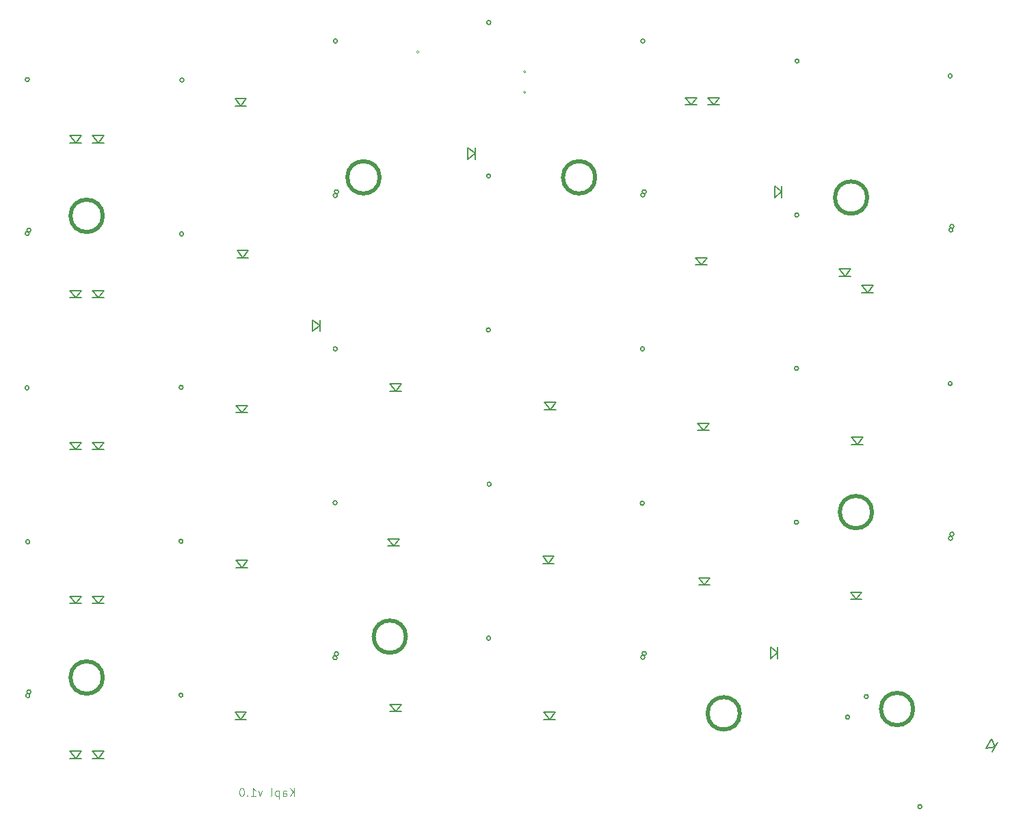
<source format=gbo>
G04 #@! TF.GenerationSoftware,KiCad,Pcbnew,(5.1.10)-1*
G04 #@! TF.CreationDate,2022-02-03T22:34:05+03:00*
G04 #@! TF.ProjectId,Kapl,4b61706c-2e6b-4696-9361-645f70636258,rev?*
G04 #@! TF.SameCoordinates,Original*
G04 #@! TF.FileFunction,Legend,Bot*
G04 #@! TF.FilePolarity,Positive*
%FSLAX46Y46*%
G04 Gerber Fmt 4.6, Leading zero omitted, Abs format (unit mm)*
G04 Created by KiCad (PCBNEW (5.1.10)-1) date 2022-02-03 22:34:05*
%MOMM*%
%LPD*%
G01*
G04 APERTURE LIST*
%ADD10C,0.125000*%
%ADD11C,0.150000*%
%ADD12C,0.500000*%
%ADD13C,0.120000*%
G04 APERTURE END LIST*
D10*
X110269349Y-132303780D02*
X110269349Y-131303780D01*
X109697921Y-132303780D02*
X110126492Y-131732352D01*
X109697921Y-131303780D02*
X110269349Y-131875209D01*
X108840778Y-132303780D02*
X108840778Y-131779971D01*
X108888397Y-131684733D01*
X108983635Y-131637114D01*
X109174111Y-131637114D01*
X109269349Y-131684733D01*
X108840778Y-132256161D02*
X108936016Y-132303780D01*
X109174111Y-132303780D01*
X109269349Y-132256161D01*
X109316968Y-132160923D01*
X109316968Y-132065685D01*
X109269349Y-131970447D01*
X109174111Y-131922828D01*
X108936016Y-131922828D01*
X108840778Y-131875209D01*
X108364587Y-131637114D02*
X108364587Y-132637114D01*
X108364587Y-131684733D02*
X108269349Y-131637114D01*
X108078873Y-131637114D01*
X107983635Y-131684733D01*
X107936016Y-131732352D01*
X107888397Y-131827590D01*
X107888397Y-132113304D01*
X107936016Y-132208542D01*
X107983635Y-132256161D01*
X108078873Y-132303780D01*
X108269349Y-132303780D01*
X108364587Y-132256161D01*
X107316968Y-132303780D02*
X107412206Y-132256161D01*
X107459825Y-132160923D01*
X107459825Y-131303780D01*
X106269349Y-131637114D02*
X106031254Y-132303780D01*
X105793159Y-131637114D01*
X104888397Y-132303780D02*
X105459825Y-132303780D01*
X105174111Y-132303780D02*
X105174111Y-131303780D01*
X105269349Y-131446638D01*
X105364587Y-131541876D01*
X105459825Y-131589495D01*
X104459825Y-132208542D02*
X104412206Y-132256161D01*
X104459825Y-132303780D01*
X104507445Y-132256161D01*
X104459825Y-132208542D01*
X104459825Y-132303780D01*
X103793159Y-131303780D02*
X103697921Y-131303780D01*
X103602683Y-131351400D01*
X103555064Y-131399019D01*
X103507445Y-131494257D01*
X103459825Y-131684733D01*
X103459825Y-131922828D01*
X103507445Y-132113304D01*
X103555064Y-132208542D01*
X103602683Y-132256161D01*
X103697921Y-132303780D01*
X103793159Y-132303780D01*
X103888397Y-132256161D01*
X103936016Y-132208542D01*
X103983635Y-132113304D01*
X104031254Y-131922828D01*
X104031254Y-131684733D01*
X103983635Y-131494257D01*
X103936016Y-131399019D01*
X103888397Y-131351400D01*
X103793159Y-131303780D01*
D11*
X132671200Y-53455800D02*
X132671200Y-52055800D01*
X132671200Y-52755800D02*
X131771200Y-53455800D01*
X131771200Y-52055800D02*
X132671200Y-52755800D01*
X131771200Y-53455800D02*
X131771200Y-52055800D01*
X196668404Y-126813518D02*
X197368404Y-125601082D01*
X197018404Y-126207300D02*
X195888981Y-126363518D01*
X196588981Y-125151082D02*
X197018404Y-126207300D01*
X195888981Y-126363518D02*
X196588981Y-125151082D01*
X170123000Y-115254000D02*
X170123000Y-113854000D01*
X170123000Y-114554000D02*
X169223000Y-115254000D01*
X169223000Y-113854000D02*
X170123000Y-114554000D01*
X169223000Y-115254000D02*
X169223000Y-113854000D01*
X141159000Y-122816000D02*
X142559000Y-122816000D01*
X141859000Y-122816000D02*
X141159000Y-121916000D01*
X142559000Y-121916000D02*
X141859000Y-122816000D01*
X141159000Y-121916000D02*
X142559000Y-121916000D01*
X122109000Y-121825400D02*
X123509000Y-121825400D01*
X122809000Y-121825400D02*
X122109000Y-120925400D01*
X123509000Y-120925400D02*
X122809000Y-121825400D01*
X122109000Y-120925400D02*
X123509000Y-120925400D01*
X102932000Y-122816000D02*
X104332000Y-122816000D01*
X103632000Y-122816000D02*
X102932000Y-121916000D01*
X104332000Y-121916000D02*
X103632000Y-122816000D01*
X102932000Y-121916000D02*
X104332000Y-121916000D01*
X85279000Y-127642000D02*
X86679000Y-127642000D01*
X85979000Y-127642000D02*
X85279000Y-126742000D01*
X86679000Y-126742000D02*
X85979000Y-127642000D01*
X85279000Y-126742000D02*
X86679000Y-126742000D01*
X82485000Y-127642000D02*
X83885000Y-127642000D01*
X83185000Y-127642000D02*
X82485000Y-126742000D01*
X83885000Y-126742000D02*
X83185000Y-127642000D01*
X82485000Y-126742000D02*
X83885000Y-126742000D01*
X179132000Y-107957000D02*
X180532000Y-107957000D01*
X179832000Y-107957000D02*
X179132000Y-107057000D01*
X180532000Y-107057000D02*
X179832000Y-107957000D01*
X179132000Y-107057000D02*
X180532000Y-107057000D01*
X160336000Y-106179000D02*
X161736000Y-106179000D01*
X161036000Y-106179000D02*
X160336000Y-105279000D01*
X161736000Y-105279000D02*
X161036000Y-106179000D01*
X160336000Y-105279000D02*
X161736000Y-105279000D01*
X141032000Y-103512000D02*
X142432000Y-103512000D01*
X141732000Y-103512000D02*
X141032000Y-102612000D01*
X142432000Y-102612000D02*
X141732000Y-103512000D01*
X141032000Y-102612000D02*
X142432000Y-102612000D01*
X121855000Y-101353000D02*
X123255000Y-101353000D01*
X122555000Y-101353000D02*
X121855000Y-100453000D01*
X123255000Y-100453000D02*
X122555000Y-101353000D01*
X121855000Y-100453000D02*
X123255000Y-100453000D01*
X103059000Y-104020000D02*
X104459000Y-104020000D01*
X103759000Y-104020000D02*
X103059000Y-103120000D01*
X104459000Y-103120000D02*
X103759000Y-104020000D01*
X103059000Y-103120000D02*
X104459000Y-103120000D01*
X85279000Y-108465000D02*
X86679000Y-108465000D01*
X85979000Y-108465000D02*
X85279000Y-107565000D01*
X86679000Y-107565000D02*
X85979000Y-108465000D01*
X85279000Y-107565000D02*
X86679000Y-107565000D01*
X82485000Y-108465000D02*
X83885000Y-108465000D01*
X83185000Y-108465000D02*
X82485000Y-107565000D01*
X83885000Y-107565000D02*
X83185000Y-108465000D01*
X82485000Y-107565000D02*
X83885000Y-107565000D01*
X179259000Y-88780000D02*
X180659000Y-88780000D01*
X179959000Y-88780000D02*
X179259000Y-87880000D01*
X180659000Y-87880000D02*
X179959000Y-88780000D01*
X179259000Y-87880000D02*
X180659000Y-87880000D01*
X160209000Y-87032300D02*
X161609000Y-87032300D01*
X160909000Y-87032300D02*
X160209000Y-86132300D01*
X161609000Y-86132300D02*
X160909000Y-87032300D01*
X160209000Y-86132300D02*
X161609000Y-86132300D01*
X141238000Y-84462000D02*
X142638000Y-84462000D01*
X141938000Y-84462000D02*
X141238000Y-83562000D01*
X142638000Y-83562000D02*
X141938000Y-84462000D01*
X141238000Y-83562000D02*
X142638000Y-83562000D01*
X122109000Y-82176000D02*
X123509000Y-82176000D01*
X122809000Y-82176000D02*
X122109000Y-81276000D01*
X123509000Y-81276000D02*
X122809000Y-82176000D01*
X122109000Y-81276000D02*
X123509000Y-81276000D01*
X103059000Y-84843000D02*
X104459000Y-84843000D01*
X103759000Y-84843000D02*
X103059000Y-83943000D01*
X104459000Y-83943000D02*
X103759000Y-84843000D01*
X103059000Y-83943000D02*
X104459000Y-83943000D01*
X85279000Y-89415000D02*
X86679000Y-89415000D01*
X85979000Y-89415000D02*
X85279000Y-88515000D01*
X86679000Y-88515000D02*
X85979000Y-89415000D01*
X85279000Y-88515000D02*
X86679000Y-88515000D01*
X82485000Y-89415000D02*
X83885000Y-89415000D01*
X83185000Y-89415000D02*
X82485000Y-88515000D01*
X83885000Y-88515000D02*
X83185000Y-89415000D01*
X82485000Y-88515000D02*
X83885000Y-88515000D01*
X180529000Y-69984000D02*
X181929000Y-69984000D01*
X181229000Y-69984000D02*
X180529000Y-69084000D01*
X181929000Y-69084000D02*
X181229000Y-69984000D01*
X180529000Y-69084000D02*
X181929000Y-69084000D01*
X177735000Y-67952000D02*
X179135000Y-67952000D01*
X178435000Y-67952000D02*
X177735000Y-67052000D01*
X179135000Y-67052000D02*
X178435000Y-67952000D01*
X177735000Y-67052000D02*
X179135000Y-67052000D01*
X159955000Y-66555000D02*
X161355000Y-66555000D01*
X160655000Y-66555000D02*
X159955000Y-65655000D01*
X161355000Y-65655000D02*
X160655000Y-66555000D01*
X159955000Y-65655000D02*
X161355000Y-65655000D01*
X113443400Y-74766400D02*
X113443400Y-73366400D01*
X113443400Y-74066400D02*
X112543400Y-74766400D01*
X112543400Y-73366400D02*
X113443400Y-74066400D01*
X112543400Y-74766400D02*
X112543400Y-73366400D01*
X103186000Y-65666000D02*
X104586000Y-65666000D01*
X103886000Y-65666000D02*
X103186000Y-64766000D01*
X104586000Y-64766000D02*
X103886000Y-65666000D01*
X103186000Y-64766000D02*
X104586000Y-64766000D01*
X85281540Y-70619000D02*
X86681540Y-70619000D01*
X85981540Y-70619000D02*
X85281540Y-69719000D01*
X86681540Y-69719000D02*
X85981540Y-70619000D01*
X85281540Y-69719000D02*
X86681540Y-69719000D01*
X82485000Y-70619000D02*
X83885000Y-70619000D01*
X83185000Y-70619000D02*
X82485000Y-69719000D01*
X83885000Y-69719000D02*
X83185000Y-70619000D01*
X82485000Y-69719000D02*
X83885000Y-69719000D01*
X170618800Y-58177660D02*
X170618800Y-56777660D01*
X170618800Y-57477660D02*
X169718800Y-58177660D01*
X169718800Y-56777660D02*
X170618800Y-57477660D01*
X169718800Y-58177660D02*
X169718800Y-56777660D01*
X161479000Y-46743000D02*
X162879000Y-46743000D01*
X162179000Y-46743000D02*
X161479000Y-45843000D01*
X162879000Y-45843000D02*
X162179000Y-46743000D01*
X161479000Y-45843000D02*
X162879000Y-45843000D01*
X158685000Y-46743000D02*
X160085000Y-46743000D01*
X159385000Y-46743000D02*
X158685000Y-45843000D01*
X160085000Y-45843000D02*
X159385000Y-46743000D01*
X158685000Y-45843000D02*
X160085000Y-45843000D01*
X102932000Y-46870000D02*
X104332000Y-46870000D01*
X103632000Y-46870000D02*
X102932000Y-45970000D01*
X104332000Y-45970000D02*
X103632000Y-46870000D01*
X102932000Y-45970000D02*
X104332000Y-45970000D01*
X85279000Y-51442000D02*
X86679000Y-51442000D01*
X85979000Y-51442000D02*
X85279000Y-50542000D01*
X86679000Y-50542000D02*
X85979000Y-51442000D01*
X85279000Y-50542000D02*
X86679000Y-50542000D01*
X82485000Y-51442000D02*
X83885000Y-51442000D01*
X83185000Y-51442000D02*
X82485000Y-50542000D01*
X83885000Y-50542000D02*
X83185000Y-51442000D01*
X82485000Y-50542000D02*
X83885000Y-50542000D01*
D12*
X186889870Y-121516693D02*
G75*
G03*
X186889870Y-121516693I-2000000J0D01*
G01*
X86548800Y-117616950D02*
G75*
G03*
X86548800Y-117616950I-2000000J0D01*
G01*
X181193531Y-58205103D02*
G75*
G03*
X181193531Y-58205103I-2000000J0D01*
G01*
X165429739Y-122049778D02*
G75*
G03*
X165429739Y-122049778I-2000000J0D01*
G01*
X147523875Y-55705150D02*
G75*
G03*
X147523875Y-55705150I-2000000J0D01*
G01*
X181798850Y-97138600D02*
G75*
G03*
X181798850Y-97138600I-2000000J0D01*
G01*
X120823525Y-55705150D02*
G75*
G03*
X120823525Y-55705150I-2000000J0D01*
G01*
X124082243Y-112556162D02*
G75*
G03*
X124082243Y-112556162I-2000000J0D01*
G01*
X86548800Y-60466950D02*
G75*
G03*
X86548800Y-60466950I-2000000J0D01*
G01*
D13*
X138930225Y-42621200D02*
G75*
G03*
X138930225Y-42621200I-152400J0D01*
G01*
X138930225Y-45161200D02*
G75*
G03*
X138930225Y-45161200I-152400J0D01*
G01*
X125722225Y-40182800D02*
G75*
G03*
X125722225Y-40182800I-152400J0D01*
G01*
D11*
X187965433Y-133598349D02*
G75*
G03*
X187965433Y-133598349I-250000J0D01*
G01*
X179009949Y-122514167D02*
G75*
G03*
X179009949Y-122514167I-250000J0D01*
G01*
X153656200Y-115094000D02*
G75*
G03*
X153656200Y-115094000I-250000J0D01*
G01*
X134572200Y-112743000D02*
G75*
G03*
X134572200Y-112743000I-250000J0D01*
G01*
X115556200Y-115159000D02*
G75*
G03*
X115556200Y-115159000I-250000J0D01*
G01*
X96472200Y-119793000D02*
G75*
G03*
X96472200Y-119793000I-250000J0D01*
G01*
X77515200Y-119855000D02*
G75*
G03*
X77515200Y-119855000I-250000J0D01*
G01*
X191756200Y-100365000D02*
G75*
G03*
X191756200Y-100365000I-250000J0D01*
G01*
X172672200Y-98395000D02*
G75*
G03*
X172672200Y-98395000I-250000J0D01*
G01*
X153588200Y-96044000D02*
G75*
G03*
X153588200Y-96044000I-250000J0D01*
G01*
X134631200Y-93693000D02*
G75*
G03*
X134631200Y-93693000I-250000J0D01*
G01*
X115556200Y-95985000D02*
G75*
G03*
X115556200Y-95985000I-250000J0D01*
G01*
X96472200Y-100746000D02*
G75*
G03*
X96472200Y-100746000I-250000J0D01*
G01*
X77515200Y-100808000D02*
G75*
G03*
X77515200Y-100808000I-250000J0D01*
G01*
X191730400Y-81235800D02*
G75*
G03*
X191730400Y-81235800I-250000J0D01*
G01*
X172697200Y-79342000D02*
G75*
G03*
X172697200Y-79342000I-250000J0D01*
G01*
X153622200Y-76935000D02*
G75*
G03*
X153622200Y-76935000I-250000J0D01*
G01*
X134538200Y-74584000D02*
G75*
G03*
X134538200Y-74584000I-250000J0D01*
G01*
X115581200Y-76932000D02*
G75*
G03*
X115581200Y-76932000I-250000J0D01*
G01*
X96497200Y-81693000D02*
G75*
G03*
X96497200Y-81693000I-250000J0D01*
G01*
X77413200Y-81755000D02*
G75*
G03*
X77413200Y-81755000I-250000J0D01*
G01*
X191815200Y-62203000D02*
G75*
G03*
X191815200Y-62203000I-250000J0D01*
G01*
X172731200Y-60360000D02*
G75*
G03*
X172731200Y-60360000I-250000J0D01*
G01*
X153647200Y-57882000D02*
G75*
G03*
X153647200Y-57882000I-250000J0D01*
G01*
X134563200Y-55531000D02*
G75*
G03*
X134563200Y-55531000I-250000J0D01*
G01*
X115582376Y-57953655D02*
G75*
G03*
X115582376Y-57953655I-250000J0D01*
G01*
X96556200Y-62711000D02*
G75*
G03*
X96556200Y-62711000I-250000J0D01*
G01*
X77447200Y-62646000D02*
G75*
G03*
X77447200Y-62646000I-250000J0D01*
G01*
X191713200Y-43150000D02*
G75*
G03*
X191713200Y-43150000I-250000J0D01*
G01*
X172756200Y-41307000D02*
G75*
G03*
X172756200Y-41307000I-250000J0D01*
G01*
X153647200Y-38835000D02*
G75*
G03*
X153647200Y-38835000I-250000J0D01*
G01*
X134588600Y-36534800D02*
G75*
G03*
X134588600Y-36534800I-250000J0D01*
G01*
X115606200Y-38832000D02*
G75*
G03*
X115606200Y-38832000I-250000J0D01*
G01*
X96590200Y-43661000D02*
G75*
G03*
X96590200Y-43661000I-250000J0D01*
G01*
X77455400Y-43604200D02*
G75*
G03*
X77455400Y-43604200I-250000J0D01*
G01*
X153835900Y-114633150D02*
G75*
G03*
X153835900Y-114633150I-250000J0D01*
G01*
X115735900Y-114680600D02*
G75*
G03*
X115735900Y-114680600I-250000J0D01*
G01*
X77635975Y-119394950D02*
G75*
G03*
X77635975Y-119394950I-250000J0D01*
G01*
X77635975Y-62244950D02*
G75*
G03*
X77635975Y-62244950I-250000J0D01*
G01*
X115735900Y-57483150D02*
G75*
G03*
X115735900Y-57483150I-250000J0D01*
G01*
X153835900Y-57483150D02*
G75*
G03*
X153835900Y-57483150I-250000J0D01*
G01*
X191935083Y-61768900D02*
G75*
G03*
X191935083Y-61768900I-250000J0D01*
G01*
X191936050Y-99868900D02*
G75*
G03*
X191936050Y-99868900I-250000J0D01*
G01*
X181336684Y-119973783D02*
G75*
G03*
X181336684Y-119973783I-250000J0D01*
G01*
M02*

</source>
